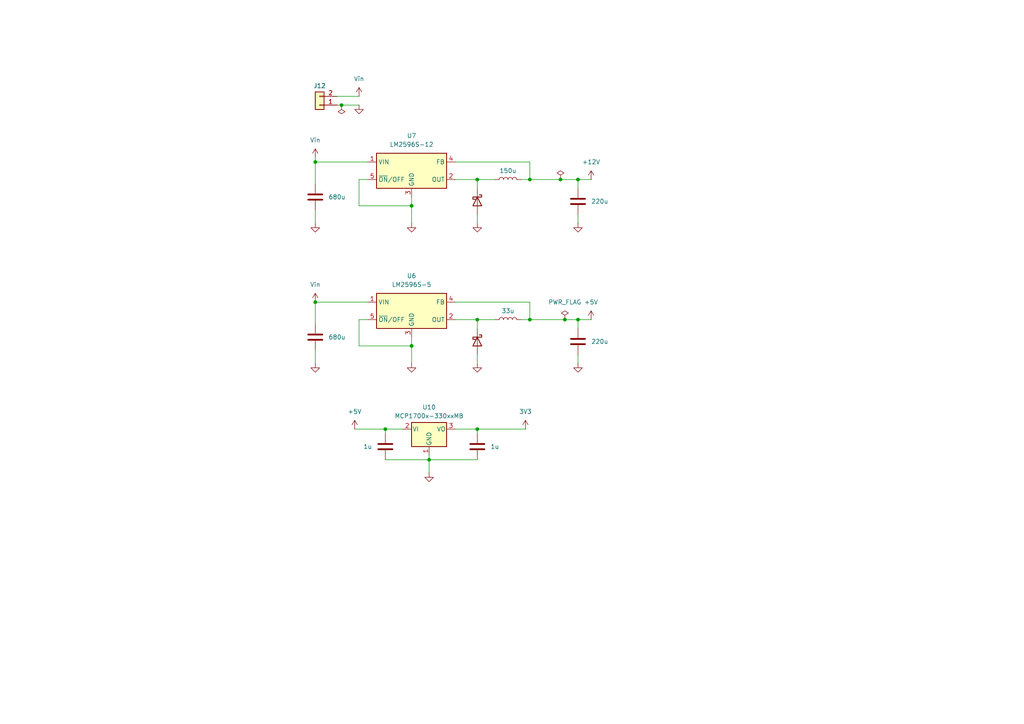
<source format=kicad_sch>
(kicad_sch
	(version 20250114)
	(generator "eeschema")
	(generator_version "9.0")
	(uuid "a95ea655-de4a-477a-ae5d-84d454920055")
	(paper "A4")
	(title_block
		(title "Universal use measuring PCB")
		(rev "1")
		(company "Author: Kacper Pawlak")
	)
	(lib_symbols
		(symbol "Connector_Generic:Conn_01x02"
			(pin_names
				(offset 1.016)
				(hide yes)
			)
			(exclude_from_sim no)
			(in_bom yes)
			(on_board yes)
			(property "Reference" "J12"
				(at 0 -5.588 0)
				(effects
					(font
						(size 1.27 1.27)
					)
				)
			)
			(property "Value" "Conn_01x02"
				(at 0 -6.35 0)
				(effects
					(font
						(size 1.27 1.27)
					)
					(hide yes)
				)
			)
			(property "Footprint" ""
				(at 0 0 0)
				(effects
					(font
						(size 1.27 1.27)
					)
					(hide yes)
				)
			)
			(property "Datasheet" "~"
				(at 0 0 0)
				(effects
					(font
						(size 1.27 1.27)
					)
					(hide yes)
				)
			)
			(property "Description" "Generic connector, single row, 01x02, script generated (kicad-library-utils/schlib/autogen/connector/)"
				(at 0 0 0)
				(effects
					(font
						(size 1.27 1.27)
					)
					(hide yes)
				)
			)
			(property "ki_keywords" "connector"
				(at 0 0 0)
				(effects
					(font
						(size 1.27 1.27)
					)
					(hide yes)
				)
			)
			(property "ki_fp_filters" "Connector*:*_1x??_*"
				(at 0 0 0)
				(effects
					(font
						(size 1.27 1.27)
					)
					(hide yes)
				)
			)
			(symbol "Conn_01x02_1_1"
				(rectangle
					(start -1.27 1.27)
					(end 1.27 -3.81)
					(stroke
						(width 0.254)
						(type default)
					)
					(fill
						(type background)
					)
				)
				(rectangle
					(start -1.27 0.127)
					(end 0 -0.127)
					(stroke
						(width 0.1524)
						(type default)
					)
					(fill
						(type none)
					)
				)
				(rectangle
					(start -1.27 -2.413)
					(end 0 -2.667)
					(stroke
						(width 0.1524)
						(type default)
					)
					(fill
						(type none)
					)
				)
				(pin passive line
					(at -5.08 0 0)
					(length 3.81)
					(name "Pin_1"
						(effects
							(font
								(size 1.27 1.27)
							)
						)
					)
					(number "1"
						(effects
							(font
								(size 1.27 1.27)
							)
						)
					)
				)
				(pin power_out line
					(at -5.08 -2.54 0)
					(length 3.81)
					(name "Pin_2"
						(effects
							(font
								(size 1.27 1.27)
							)
						)
					)
					(number "2"
						(effects
							(font
								(size 1.27 1.27)
							)
						)
					)
				)
			)
			(embedded_fonts no)
		)
		(symbol "Device:C"
			(pin_numbers
				(hide yes)
			)
			(pin_names
				(offset 0.254)
			)
			(exclude_from_sim no)
			(in_bom yes)
			(on_board yes)
			(property "Reference" "C"
				(at 0.635 2.54 0)
				(effects
					(font
						(size 1.27 1.27)
					)
					(justify left)
				)
			)
			(property "Value" "C"
				(at 0.635 -2.54 0)
				(effects
					(font
						(size 1.27 1.27)
					)
					(justify left)
				)
			)
			(property "Footprint" ""
				(at 0.9652 -3.81 0)
				(effects
					(font
						(size 1.27 1.27)
					)
					(hide yes)
				)
			)
			(property "Datasheet" "~"
				(at 0 0 0)
				(effects
					(font
						(size 1.27 1.27)
					)
					(hide yes)
				)
			)
			(property "Description" "Unpolarized capacitor"
				(at 0 0 0)
				(effects
					(font
						(size 1.27 1.27)
					)
					(hide yes)
				)
			)
			(property "ki_keywords" "cap capacitor"
				(at 0 0 0)
				(effects
					(font
						(size 1.27 1.27)
					)
					(hide yes)
				)
			)
			(property "ki_fp_filters" "C_*"
				(at 0 0 0)
				(effects
					(font
						(size 1.27 1.27)
					)
					(hide yes)
				)
			)
			(symbol "C_0_1"
				(polyline
					(pts
						(xy -2.032 0.762) (xy 2.032 0.762)
					)
					(stroke
						(width 0.508)
						(type default)
					)
					(fill
						(type none)
					)
				)
				(polyline
					(pts
						(xy -2.032 -0.762) (xy 2.032 -0.762)
					)
					(stroke
						(width 0.508)
						(type default)
					)
					(fill
						(type none)
					)
				)
			)
			(symbol "C_1_1"
				(pin passive line
					(at 0 3.81 270)
					(length 2.794)
					(name "~"
						(effects
							(font
								(size 1.27 1.27)
							)
						)
					)
					(number "1"
						(effects
							(font
								(size 1.27 1.27)
							)
						)
					)
				)
				(pin passive line
					(at 0 -3.81 90)
					(length 2.794)
					(name "~"
						(effects
							(font
								(size 1.27 1.27)
							)
						)
					)
					(number "2"
						(effects
							(font
								(size 1.27 1.27)
							)
						)
					)
				)
			)
			(embedded_fonts no)
		)
		(symbol "Device:D_Schottky"
			(pin_numbers
				(hide yes)
			)
			(pin_names
				(offset 1.016)
				(hide yes)
			)
			(exclude_from_sim no)
			(in_bom yes)
			(on_board yes)
			(property "Reference" "D"
				(at 0 2.54 0)
				(effects
					(font
						(size 1.27 1.27)
					)
				)
			)
			(property "Value" "D_Schottky"
				(at 0 -2.54 0)
				(effects
					(font
						(size 1.27 1.27)
					)
				)
			)
			(property "Footprint" ""
				(at 0 0 0)
				(effects
					(font
						(size 1.27 1.27)
					)
					(hide yes)
				)
			)
			(property "Datasheet" "~"
				(at 0 0 0)
				(effects
					(font
						(size 1.27 1.27)
					)
					(hide yes)
				)
			)
			(property "Description" "Schottky diode"
				(at 0 0 0)
				(effects
					(font
						(size 1.27 1.27)
					)
					(hide yes)
				)
			)
			(property "ki_keywords" "diode Schottky"
				(at 0 0 0)
				(effects
					(font
						(size 1.27 1.27)
					)
					(hide yes)
				)
			)
			(property "ki_fp_filters" "TO-???* *_Diode_* *SingleDiode* D_*"
				(at 0 0 0)
				(effects
					(font
						(size 1.27 1.27)
					)
					(hide yes)
				)
			)
			(symbol "D_Schottky_0_1"
				(polyline
					(pts
						(xy -1.905 0.635) (xy -1.905 1.27) (xy -1.27 1.27) (xy -1.27 -1.27) (xy -0.635 -1.27) (xy -0.635 -0.635)
					)
					(stroke
						(width 0.254)
						(type default)
					)
					(fill
						(type none)
					)
				)
				(polyline
					(pts
						(xy 1.27 1.27) (xy 1.27 -1.27) (xy -1.27 0) (xy 1.27 1.27)
					)
					(stroke
						(width 0.254)
						(type default)
					)
					(fill
						(type none)
					)
				)
				(polyline
					(pts
						(xy 1.27 0) (xy -1.27 0)
					)
					(stroke
						(width 0)
						(type default)
					)
					(fill
						(type none)
					)
				)
			)
			(symbol "D_Schottky_1_1"
				(pin passive line
					(at -3.81 0 0)
					(length 2.54)
					(name "K"
						(effects
							(font
								(size 1.27 1.27)
							)
						)
					)
					(number "1"
						(effects
							(font
								(size 1.27 1.27)
							)
						)
					)
				)
				(pin passive line
					(at 3.81 0 180)
					(length 2.54)
					(name "A"
						(effects
							(font
								(size 1.27 1.27)
							)
						)
					)
					(number "2"
						(effects
							(font
								(size 1.27 1.27)
							)
						)
					)
				)
			)
			(embedded_fonts no)
		)
		(symbol "Device:L"
			(pin_numbers
				(hide yes)
			)
			(pin_names
				(offset 1.016)
				(hide yes)
			)
			(exclude_from_sim no)
			(in_bom yes)
			(on_board yes)
			(property "Reference" "L"
				(at -1.27 0 90)
				(effects
					(font
						(size 1.27 1.27)
					)
				)
			)
			(property "Value" "L"
				(at 1.905 0 90)
				(effects
					(font
						(size 1.27 1.27)
					)
				)
			)
			(property "Footprint" ""
				(at 0 0 0)
				(effects
					(font
						(size 1.27 1.27)
					)
					(hide yes)
				)
			)
			(property "Datasheet" "~"
				(at 0 0 0)
				(effects
					(font
						(size 1.27 1.27)
					)
					(hide yes)
				)
			)
			(property "Description" "Inductor"
				(at 0 0 0)
				(effects
					(font
						(size 1.27 1.27)
					)
					(hide yes)
				)
			)
			(property "ki_keywords" "inductor choke coil reactor magnetic"
				(at 0 0 0)
				(effects
					(font
						(size 1.27 1.27)
					)
					(hide yes)
				)
			)
			(property "ki_fp_filters" "Choke_* *Coil* Inductor_* L_*"
				(at 0 0 0)
				(effects
					(font
						(size 1.27 1.27)
					)
					(hide yes)
				)
			)
			(symbol "L_0_1"
				(arc
					(start 0 2.54)
					(mid 0.6323 1.905)
					(end 0 1.27)
					(stroke
						(width 0)
						(type default)
					)
					(fill
						(type none)
					)
				)
				(arc
					(start 0 1.27)
					(mid 0.6323 0.635)
					(end 0 0)
					(stroke
						(width 0)
						(type default)
					)
					(fill
						(type none)
					)
				)
				(arc
					(start 0 0)
					(mid 0.6323 -0.635)
					(end 0 -1.27)
					(stroke
						(width 0)
						(type default)
					)
					(fill
						(type none)
					)
				)
				(arc
					(start 0 -1.27)
					(mid 0.6323 -1.905)
					(end 0 -2.54)
					(stroke
						(width 0)
						(type default)
					)
					(fill
						(type none)
					)
				)
			)
			(symbol "L_1_1"
				(pin passive line
					(at 0 3.81 270)
					(length 1.27)
					(name "1"
						(effects
							(font
								(size 1.27 1.27)
							)
						)
					)
					(number "1"
						(effects
							(font
								(size 1.27 1.27)
							)
						)
					)
				)
				(pin passive line
					(at 0 -3.81 90)
					(length 1.27)
					(name "2"
						(effects
							(font
								(size 1.27 1.27)
							)
						)
					)
					(number "2"
						(effects
							(font
								(size 1.27 1.27)
							)
						)
					)
				)
			)
			(embedded_fonts no)
		)
		(symbol "Regulator_Linear:MCP1700x-330xxMB"
			(pin_names
				(offset 0.254)
			)
			(exclude_from_sim no)
			(in_bom yes)
			(on_board yes)
			(property "Reference" "U"
				(at -3.81 3.175 0)
				(effects
					(font
						(size 1.27 1.27)
					)
				)
			)
			(property "Value" "MCP1700x-330xxMB"
				(at 0 3.175 0)
				(effects
					(font
						(size 1.27 1.27)
					)
					(justify left)
				)
			)
			(property "Footprint" "Package_TO_SOT_SMD:SOT-89-3"
				(at 0 5.08 0)
				(effects
					(font
						(size 1.27 1.27)
					)
					(hide yes)
				)
			)
			(property "Datasheet" "http://ww1.microchip.com/downloads/en/DeviceDoc/20001826D.pdf"
				(at 0 -1.27 0)
				(effects
					(font
						(size 1.27 1.27)
					)
					(hide yes)
				)
			)
			(property "Description" "250mA Low Quiscent Current LDO, 3.3V output, SOT-89"
				(at 0 0 0)
				(effects
					(font
						(size 1.27 1.27)
					)
					(hide yes)
				)
			)
			(property "ki_keywords" "regulator linear ldo"
				(at 0 0 0)
				(effects
					(font
						(size 1.27 1.27)
					)
					(hide yes)
				)
			)
			(property "ki_fp_filters" "SOT?89*"
				(at 0 0 0)
				(effects
					(font
						(size 1.27 1.27)
					)
					(hide yes)
				)
			)
			(symbol "MCP1700x-330xxMB_0_1"
				(rectangle
					(start -5.08 -5.08)
					(end 5.08 1.905)
					(stroke
						(width 0.254)
						(type default)
					)
					(fill
						(type background)
					)
				)
			)
			(symbol "MCP1700x-330xxMB_1_1"
				(pin power_in line
					(at -7.62 0 0)
					(length 2.54)
					(name "VI"
						(effects
							(font
								(size 1.27 1.27)
							)
						)
					)
					(number "2"
						(effects
							(font
								(size 1.27 1.27)
							)
						)
					)
				)
				(pin power_in line
					(at 0 -7.62 90)
					(length 2.54)
					(name "GND"
						(effects
							(font
								(size 1.27 1.27)
							)
						)
					)
					(number "1"
						(effects
							(font
								(size 1.27 1.27)
							)
						)
					)
				)
				(pin power_out line
					(at 7.62 0 180)
					(length 2.54)
					(name "VO"
						(effects
							(font
								(size 1.27 1.27)
							)
						)
					)
					(number "3"
						(effects
							(font
								(size 1.27 1.27)
							)
						)
					)
				)
			)
			(embedded_fonts no)
		)
		(symbol "Regulator_Switching:LM2596S-12"
			(exclude_from_sim no)
			(in_bom yes)
			(on_board yes)
			(property "Reference" "U"
				(at -10.16 6.35 0)
				(effects
					(font
						(size 1.27 1.27)
					)
					(justify left)
				)
			)
			(property "Value" "LM2596S-12"
				(at 0 6.35 0)
				(effects
					(font
						(size 1.27 1.27)
					)
					(justify left)
				)
			)
			(property "Footprint" "Package_TO_SOT_SMD:TO-263-5_TabPin3"
				(at 1.27 -6.35 0)
				(effects
					(font
						(size 1.27 1.27)
						(italic yes)
					)
					(justify left)
					(hide yes)
				)
			)
			(property "Datasheet" "http://www.ti.com/lit/ds/symlink/lm2596.pdf"
				(at 0 0 0)
				(effects
					(font
						(size 1.27 1.27)
					)
					(hide yes)
				)
			)
			(property "Description" "12V 3A Step-Down Voltage Regulator, TO-263"
				(at 0 0 0)
				(effects
					(font
						(size 1.27 1.27)
					)
					(hide yes)
				)
			)
			(property "ki_keywords" "Step-Down Voltage Regulator 12V 3A"
				(at 0 0 0)
				(effects
					(font
						(size 1.27 1.27)
					)
					(hide yes)
				)
			)
			(property "ki_fp_filters" "TO?263*"
				(at 0 0 0)
				(effects
					(font
						(size 1.27 1.27)
					)
					(hide yes)
				)
			)
			(symbol "LM2596S-12_0_1"
				(rectangle
					(start -10.16 5.08)
					(end 10.16 -5.08)
					(stroke
						(width 0.254)
						(type default)
					)
					(fill
						(type background)
					)
				)
			)
			(symbol "LM2596S-12_1_1"
				(pin power_in line
					(at -12.7 2.54 0)
					(length 2.54)
					(name "VIN"
						(effects
							(font
								(size 1.27 1.27)
							)
						)
					)
					(number "1"
						(effects
							(font
								(size 1.27 1.27)
							)
						)
					)
				)
				(pin input line
					(at -12.7 -2.54 0)
					(length 2.54)
					(name "~{ON}/OFF"
						(effects
							(font
								(size 1.27 1.27)
							)
						)
					)
					(number "5"
						(effects
							(font
								(size 1.27 1.27)
							)
						)
					)
				)
				(pin power_in line
					(at 0 -7.62 90)
					(length 2.54)
					(name "GND"
						(effects
							(font
								(size 1.27 1.27)
							)
						)
					)
					(number "3"
						(effects
							(font
								(size 1.27 1.27)
							)
						)
					)
				)
				(pin input line
					(at 12.7 2.54 180)
					(length 2.54)
					(name "FB"
						(effects
							(font
								(size 1.27 1.27)
							)
						)
					)
					(number "4"
						(effects
							(font
								(size 1.27 1.27)
							)
						)
					)
				)
				(pin output line
					(at 12.7 -2.54 180)
					(length 2.54)
					(name "OUT"
						(effects
							(font
								(size 1.27 1.27)
							)
						)
					)
					(number "2"
						(effects
							(font
								(size 1.27 1.27)
							)
						)
					)
				)
			)
			(embedded_fonts no)
		)
		(symbol "Regulator_Switching:LM2596S-5"
			(exclude_from_sim no)
			(in_bom yes)
			(on_board yes)
			(property "Reference" "U"
				(at -10.16 6.35 0)
				(effects
					(font
						(size 1.27 1.27)
					)
					(justify left)
				)
			)
			(property "Value" "LM2596S-5"
				(at 0 6.35 0)
				(effects
					(font
						(size 1.27 1.27)
					)
					(justify left)
				)
			)
			(property "Footprint" "Package_TO_SOT_SMD:TO-263-5_TabPin3"
				(at 1.27 -6.35 0)
				(effects
					(font
						(size 1.27 1.27)
						(italic yes)
					)
					(justify left)
					(hide yes)
				)
			)
			(property "Datasheet" "http://www.ti.com/lit/ds/symlink/lm2596.pdf"
				(at 0 0 0)
				(effects
					(font
						(size 1.27 1.27)
					)
					(hide yes)
				)
			)
			(property "Description" "5V 3A Step-Down Voltage Regulator, TO-263"
				(at 0 0 0)
				(effects
					(font
						(size 1.27 1.27)
					)
					(hide yes)
				)
			)
			(property "ki_keywords" "Step-Down Voltage Regulator 5V 3A"
				(at 0 0 0)
				(effects
					(font
						(size 1.27 1.27)
					)
					(hide yes)
				)
			)
			(property "ki_fp_filters" "TO?263*"
				(at 0 0 0)
				(effects
					(font
						(size 1.27 1.27)
					)
					(hide yes)
				)
			)
			(symbol "LM2596S-5_0_1"
				(rectangle
					(start -10.16 5.08)
					(end 10.16 -5.08)
					(stroke
						(width 0.254)
						(type default)
					)
					(fill
						(type background)
					)
				)
			)
			(symbol "LM2596S-5_1_1"
				(pin power_in line
					(at -12.7 2.54 0)
					(length 2.54)
					(name "VIN"
						(effects
							(font
								(size 1.27 1.27)
							)
						)
					)
					(number "1"
						(effects
							(font
								(size 1.27 1.27)
							)
						)
					)
				)
				(pin input line
					(at -12.7 -2.54 0)
					(length 2.54)
					(name "~{ON}/OFF"
						(effects
							(font
								(size 1.27 1.27)
							)
						)
					)
					(number "5"
						(effects
							(font
								(size 1.27 1.27)
							)
						)
					)
				)
				(pin power_in line
					(at 0 -7.62 90)
					(length 2.54)
					(name "GND"
						(effects
							(font
								(size 1.27 1.27)
							)
						)
					)
					(number "3"
						(effects
							(font
								(size 1.27 1.27)
							)
						)
					)
				)
				(pin input line
					(at 12.7 2.54 180)
					(length 2.54)
					(name "FB"
						(effects
							(font
								(size 1.27 1.27)
							)
						)
					)
					(number "4"
						(effects
							(font
								(size 1.27 1.27)
							)
						)
					)
				)
				(pin output line
					(at 12.7 -2.54 180)
					(length 2.54)
					(name "OUT"
						(effects
							(font
								(size 1.27 1.27)
							)
						)
					)
					(number "2"
						(effects
							(font
								(size 1.27 1.27)
							)
						)
					)
				)
			)
			(embedded_fonts no)
		)
		(symbol "power:+5V"
			(power)
			(pin_numbers
				(hide yes)
			)
			(pin_names
				(offset 0)
				(hide yes)
			)
			(exclude_from_sim no)
			(in_bom yes)
			(on_board yes)
			(property "Reference" "#PWR"
				(at 0 -3.81 0)
				(effects
					(font
						(size 1.27 1.27)
					)
					(hide yes)
				)
			)
			(property "Value" "+5V"
				(at 0 3.556 0)
				(effects
					(font
						(size 1.27 1.27)
					)
				)
			)
			(property "Footprint" ""
				(at 0 0 0)
				(effects
					(font
						(size 1.27 1.27)
					)
					(hide yes)
				)
			)
			(property "Datasheet" ""
				(at 0 0 0)
				(effects
					(font
						(size 1.27 1.27)
					)
					(hide yes)
				)
			)
			(property "Description" "Power symbol creates a global label with name \"+5V\""
				(at 0 0 0)
				(effects
					(font
						(size 1.27 1.27)
					)
					(hide yes)
				)
			)
			(property "ki_keywords" "global power"
				(at 0 0 0)
				(effects
					(font
						(size 1.27 1.27)
					)
					(hide yes)
				)
			)
			(symbol "+5V_0_1"
				(polyline
					(pts
						(xy -0.762 1.27) (xy 0 2.54)
					)
					(stroke
						(width 0)
						(type default)
					)
					(fill
						(type none)
					)
				)
				(polyline
					(pts
						(xy 0 2.54) (xy 0.762 1.27)
					)
					(stroke
						(width 0)
						(type default)
					)
					(fill
						(type none)
					)
				)
				(polyline
					(pts
						(xy 0 0) (xy 0 2.54)
					)
					(stroke
						(width 0)
						(type default)
					)
					(fill
						(type none)
					)
				)
			)
			(symbol "+5V_1_1"
				(pin power_in line
					(at 0 0 90)
					(length 0)
					(name "~"
						(effects
							(font
								(size 1.27 1.27)
							)
						)
					)
					(number "1"
						(effects
							(font
								(size 1.27 1.27)
							)
						)
					)
				)
			)
			(embedded_fonts no)
		)
		(symbol "power:GND"
			(power)
			(pin_numbers
				(hide yes)
			)
			(pin_names
				(offset 0)
				(hide yes)
			)
			(exclude_from_sim no)
			(in_bom yes)
			(on_board yes)
			(property "Reference" "#PWR"
				(at 0 -6.35 0)
				(effects
					(font
						(size 1.27 1.27)
					)
					(hide yes)
				)
			)
			(property "Value" "GND"
				(at 0 -3.81 0)
				(effects
					(font
						(size 1.27 1.27)
					)
				)
			)
			(property "Footprint" ""
				(at 0 0 0)
				(effects
					(font
						(size 1.27 1.27)
					)
					(hide yes)
				)
			)
			(property "Datasheet" ""
				(at 0 0 0)
				(effects
					(font
						(size 1.27 1.27)
					)
					(hide yes)
				)
			)
			(property "Description" "Power symbol creates a global label with name \"GND\" , ground"
				(at 0 0 0)
				(effects
					(font
						(size 1.27 1.27)
					)
					(hide yes)
				)
			)
			(property "ki_keywords" "global power"
				(at 0 0 0)
				(effects
					(font
						(size 1.27 1.27)
					)
					(hide yes)
				)
			)
			(symbol "GND_0_1"
				(polyline
					(pts
						(xy 0 0) (xy 0 -1.27) (xy 1.27 -1.27) (xy 0 -2.54) (xy -1.27 -1.27) (xy 0 -1.27)
					)
					(stroke
						(width 0)
						(type default)
					)
					(fill
						(type none)
					)
				)
			)
			(symbol "GND_1_1"
				(pin power_in line
					(at 0 0 270)
					(length 0)
					(name "~"
						(effects
							(font
								(size 1.27 1.27)
							)
						)
					)
					(number "1"
						(effects
							(font
								(size 1.27 1.27)
							)
						)
					)
				)
			)
			(embedded_fonts no)
		)
		(symbol "power:PWR_FLAG"
			(power)
			(pin_numbers
				(hide yes)
			)
			(pin_names
				(offset 0)
				(hide yes)
			)
			(exclude_from_sim no)
			(in_bom yes)
			(on_board yes)
			(property "Reference" "#FLG"
				(at 0 1.905 0)
				(effects
					(font
						(size 1.27 1.27)
					)
					(hide yes)
				)
			)
			(property "Value" "PWR_FLAG"
				(at 0 3.81 0)
				(effects
					(font
						(size 1.27 1.27)
					)
				)
			)
			(property "Footprint" ""
				(at 0 0 0)
				(effects
					(font
						(size 1.27 1.27)
					)
					(hide yes)
				)
			)
			(property "Datasheet" "~"
				(at 0 0 0)
				(effects
					(font
						(size 1.27 1.27)
					)
					(hide yes)
				)
			)
			(property "Description" "Special symbol for telling ERC where power comes from"
				(at 0 0 0)
				(effects
					(font
						(size 1.27 1.27)
					)
					(hide yes)
				)
			)
			(property "ki_keywords" "flag power"
				(at 0 0 0)
				(effects
					(font
						(size 1.27 1.27)
					)
					(hide yes)
				)
			)
			(symbol "PWR_FLAG_0_0"
				(pin power_out line
					(at 0 0 90)
					(length 0)
					(name "~"
						(effects
							(font
								(size 1.27 1.27)
							)
						)
					)
					(number "1"
						(effects
							(font
								(size 1.27 1.27)
							)
						)
					)
				)
			)
			(symbol "PWR_FLAG_0_1"
				(polyline
					(pts
						(xy 0 0) (xy 0 1.27) (xy -1.016 1.905) (xy 0 2.54) (xy 1.016 1.905) (xy 0 1.27)
					)
					(stroke
						(width 0)
						(type default)
					)
					(fill
						(type none)
					)
				)
			)
			(embedded_fonts no)
		)
	)
	(junction
		(at 163.83 92.71)
		(diameter 0)
		(color 0 0 0 0)
		(uuid "14e14da9-ef51-4deb-9f60-d443e48bc377")
	)
	(junction
		(at 162.56 52.07)
		(diameter 0)
		(color 0 0 0 0)
		(uuid "1870d851-f074-4b15-9d2b-d027cd6dc07e")
	)
	(junction
		(at 153.67 92.71)
		(diameter 0)
		(color 0 0 0 0)
		(uuid "217ad685-f39e-4b89-9565-d51ecc7cc871")
	)
	(junction
		(at 119.38 59.69)
		(diameter 0)
		(color 0 0 0 0)
		(uuid "33d34eea-0924-4c96-b1f3-ddd4ae1afa32")
	)
	(junction
		(at 167.64 92.71)
		(diameter 0)
		(color 0 0 0 0)
		(uuid "353c7262-7ef3-4a21-b030-8246eb6930ec")
	)
	(junction
		(at 91.44 46.99)
		(diameter 0)
		(color 0 0 0 0)
		(uuid "4487a14b-164f-47b0-a6a0-d27165a4575d")
	)
	(junction
		(at 138.43 92.71)
		(diameter 0)
		(color 0 0 0 0)
		(uuid "49387497-6884-4f29-81db-64cde8b8d896")
	)
	(junction
		(at 167.64 52.07)
		(diameter 0)
		(color 0 0 0 0)
		(uuid "6a11cd0e-3628-498f-95b4-66d8115e796a")
	)
	(junction
		(at 138.43 124.46)
		(diameter 0)
		(color 0 0 0 0)
		(uuid "6a60e56c-f691-435c-a0b7-d594594ff161")
	)
	(junction
		(at 91.44 87.63)
		(diameter 0)
		(color 0 0 0 0)
		(uuid "78976d86-2546-4066-b9ae-61a23e1e3a6c")
	)
	(junction
		(at 119.38 100.33)
		(diameter 0)
		(color 0 0 0 0)
		(uuid "7c334713-72d4-4290-89c4-c8c796b3f5c4")
	)
	(junction
		(at 111.76 124.46)
		(diameter 0)
		(color 0 0 0 0)
		(uuid "b299f61e-4815-4e2a-b292-cbeeff96c06e")
	)
	(junction
		(at 138.43 52.07)
		(diameter 0)
		(color 0 0 0 0)
		(uuid "be79a12c-c6ae-43b9-9395-fccd22ea7419")
	)
	(junction
		(at 124.46 133.35)
		(diameter 0)
		(color 0 0 0 0)
		(uuid "e07886f7-3054-4e9e-8819-26e270a76596")
	)
	(junction
		(at 153.67 52.07)
		(diameter 0)
		(color 0 0 0 0)
		(uuid "e3c57dff-ea0e-4fed-bff4-e79be51c7191")
	)
	(junction
		(at 99.06 30.48)
		(diameter 0)
		(color 0 0 0 0)
		(uuid "ef9bf482-1f36-4d84-8bab-1748cb3cb173")
	)
	(wire
		(pts
			(xy 167.64 52.07) (xy 167.64 54.61)
		)
		(stroke
			(width 0)
			(type default)
		)
		(uuid "0049d900-b04f-4686-ae94-5656775c51e0")
	)
	(wire
		(pts
			(xy 153.67 52.07) (xy 162.56 52.07)
		)
		(stroke
			(width 0)
			(type default)
		)
		(uuid "050a4b35-7d95-4aa9-9e1a-a0cbacd34275")
	)
	(wire
		(pts
			(xy 138.43 62.23) (xy 138.43 64.77)
		)
		(stroke
			(width 0)
			(type default)
		)
		(uuid "0857d152-a06f-4266-b75b-32c6ed6d13fb")
	)
	(wire
		(pts
			(xy 153.67 87.63) (xy 153.67 92.71)
		)
		(stroke
			(width 0)
			(type default)
		)
		(uuid "11f495b8-5a32-4f82-8b2f-a5e39aa556e8")
	)
	(wire
		(pts
			(xy 124.46 133.35) (xy 124.46 137.16)
		)
		(stroke
			(width 0)
			(type default)
		)
		(uuid "13214119-cbd7-4920-8e81-fc95fe75f2c6")
	)
	(wire
		(pts
			(xy 167.64 92.71) (xy 167.64 95.25)
		)
		(stroke
			(width 0)
			(type default)
		)
		(uuid "132e54c4-f731-4a2e-84cf-ce0064639855")
	)
	(wire
		(pts
			(xy 138.43 124.46) (xy 138.43 125.73)
		)
		(stroke
			(width 0)
			(type default)
		)
		(uuid "18c9f410-07f7-42d4-a012-61d9fcbfafbd")
	)
	(wire
		(pts
			(xy 132.08 124.46) (xy 138.43 124.46)
		)
		(stroke
			(width 0)
			(type default)
		)
		(uuid "19465bd6-2d68-4bfc-80af-28cffa89547c")
	)
	(wire
		(pts
			(xy 106.68 87.63) (xy 91.44 87.63)
		)
		(stroke
			(width 0)
			(type default)
		)
		(uuid "19a9509c-9922-4d47-a9ec-a521cd853c37")
	)
	(wire
		(pts
			(xy 132.08 52.07) (xy 138.43 52.07)
		)
		(stroke
			(width 0)
			(type default)
		)
		(uuid "1bbda5d8-7711-4e5e-ba3e-ba2a0ad15367")
	)
	(wire
		(pts
			(xy 162.56 52.07) (xy 167.64 52.07)
		)
		(stroke
			(width 0)
			(type default)
		)
		(uuid "1ea7e2a6-e63b-48a2-8117-3fffc0281212")
	)
	(wire
		(pts
			(xy 106.68 46.99) (xy 91.44 46.99)
		)
		(stroke
			(width 0)
			(type default)
		)
		(uuid "204f8655-179b-46ce-94ad-961c4b8afc78")
	)
	(wire
		(pts
			(xy 138.43 52.07) (xy 143.51 52.07)
		)
		(stroke
			(width 0)
			(type default)
		)
		(uuid "2630ba07-d441-48fd-98d9-f731ada1ae68")
	)
	(wire
		(pts
			(xy 167.64 102.87) (xy 167.64 105.41)
		)
		(stroke
			(width 0)
			(type default)
		)
		(uuid "301bb5f1-d0db-4245-8363-4d97fa8609f8")
	)
	(wire
		(pts
			(xy 111.76 125.73) (xy 111.76 124.46)
		)
		(stroke
			(width 0)
			(type default)
		)
		(uuid "3703e4e7-536e-4c0b-8867-5f46af2d7e5c")
	)
	(wire
		(pts
			(xy 91.44 101.6) (xy 91.44 105.41)
		)
		(stroke
			(width 0)
			(type default)
		)
		(uuid "3e01f197-f47a-4236-9b79-523a5bc92d0f")
	)
	(wire
		(pts
			(xy 138.43 92.71) (xy 138.43 95.25)
		)
		(stroke
			(width 0)
			(type default)
		)
		(uuid "3fecf608-6b98-494c-a916-4bddbd670f78")
	)
	(wire
		(pts
			(xy 119.38 100.33) (xy 119.38 105.41)
		)
		(stroke
			(width 0)
			(type default)
		)
		(uuid "46da40af-c0ef-4e62-86dd-12a622e06744")
	)
	(wire
		(pts
			(xy 167.64 52.07) (xy 171.45 52.07)
		)
		(stroke
			(width 0)
			(type default)
		)
		(uuid "5450f626-5f9b-40c6-a604-a4edf699af80")
	)
	(wire
		(pts
			(xy 132.08 87.63) (xy 153.67 87.63)
		)
		(stroke
			(width 0)
			(type default)
		)
		(uuid "549bdd06-de73-4b4e-a6eb-ffdae5d77ba0")
	)
	(wire
		(pts
			(xy 138.43 52.07) (xy 138.43 54.61)
		)
		(stroke
			(width 0)
			(type default)
		)
		(uuid "563224cd-3f4a-4bd8-983e-7201443d6944")
	)
	(wire
		(pts
			(xy 119.38 97.79) (xy 119.38 100.33)
		)
		(stroke
			(width 0)
			(type default)
		)
		(uuid "5a6d4889-671e-4172-aa23-23c0d0b1203c")
	)
	(wire
		(pts
			(xy 163.83 92.71) (xy 167.64 92.71)
		)
		(stroke
			(width 0)
			(type default)
		)
		(uuid "5fc49895-2fee-41d6-9987-aba8c447d63f")
	)
	(wire
		(pts
			(xy 138.43 124.46) (xy 152.4 124.46)
		)
		(stroke
			(width 0)
			(type default)
		)
		(uuid "666e01af-0628-43e4-9963-98400774af2d")
	)
	(wire
		(pts
			(xy 119.38 59.69) (xy 119.38 64.77)
		)
		(stroke
			(width 0)
			(type default)
		)
		(uuid "6ecdcb81-0767-4511-b9fc-878b56c7bc16")
	)
	(wire
		(pts
			(xy 153.67 92.71) (xy 163.83 92.71)
		)
		(stroke
			(width 0)
			(type default)
		)
		(uuid "73951c51-d8bd-4c50-8e28-d57fb6ecb418")
	)
	(wire
		(pts
			(xy 104.14 100.33) (xy 119.38 100.33)
		)
		(stroke
			(width 0)
			(type default)
		)
		(uuid "7b71d9b1-652b-43a8-892b-13ff050a1442")
	)
	(wire
		(pts
			(xy 167.64 62.23) (xy 167.64 64.77)
		)
		(stroke
			(width 0)
			(type default)
		)
		(uuid "7f58f33d-c332-4cbb-9eb3-9cd440430201")
	)
	(wire
		(pts
			(xy 91.44 60.96) (xy 91.44 64.77)
		)
		(stroke
			(width 0)
			(type default)
		)
		(uuid "8d406442-f1ef-4c18-9d39-43137e46e5c5")
	)
	(wire
		(pts
			(xy 104.14 52.07) (xy 104.14 59.69)
		)
		(stroke
			(width 0)
			(type default)
		)
		(uuid "906d9f97-848c-4004-83da-896099e710f0")
	)
	(wire
		(pts
			(xy 153.67 46.99) (xy 153.67 52.07)
		)
		(stroke
			(width 0)
			(type default)
		)
		(uuid "933c6567-d3c0-46a6-88ec-7bfbbe69b083")
	)
	(wire
		(pts
			(xy 153.67 52.07) (xy 151.13 52.07)
		)
		(stroke
			(width 0)
			(type default)
		)
		(uuid "9d0ba88c-9f32-44a2-971c-9e44ec200baf")
	)
	(wire
		(pts
			(xy 132.08 46.99) (xy 153.67 46.99)
		)
		(stroke
			(width 0)
			(type default)
		)
		(uuid "9eb664de-c604-43d2-af30-9b01427cef3b")
	)
	(wire
		(pts
			(xy 119.38 57.15) (xy 119.38 59.69)
		)
		(stroke
			(width 0)
			(type default)
		)
		(uuid "a099acb2-800f-4e1a-a8de-4c34b3dff9dd")
	)
	(wire
		(pts
			(xy 124.46 132.08) (xy 124.46 133.35)
		)
		(stroke
			(width 0)
			(type default)
		)
		(uuid "a2d9e175-eb2a-410c-9f12-36077f26da99")
	)
	(wire
		(pts
			(xy 106.68 52.07) (xy 104.14 52.07)
		)
		(stroke
			(width 0)
			(type default)
		)
		(uuid "a39826b3-f31d-4c2d-9c1c-870b378324b4")
	)
	(wire
		(pts
			(xy 132.08 92.71) (xy 138.43 92.71)
		)
		(stroke
			(width 0)
			(type default)
		)
		(uuid "aa666151-be1f-443c-951d-fa69f0c35c6f")
	)
	(wire
		(pts
			(xy 138.43 92.71) (xy 143.51 92.71)
		)
		(stroke
			(width 0)
			(type default)
		)
		(uuid "acc9d641-e36b-450d-a65b-f4f2a7ae978d")
	)
	(wire
		(pts
			(xy 97.79 30.48) (xy 99.06 30.48)
		)
		(stroke
			(width 0)
			(type default)
		)
		(uuid "b0ef755a-fcb4-40d4-b0a4-82654739262f")
	)
	(wire
		(pts
			(xy 102.87 124.46) (xy 111.76 124.46)
		)
		(stroke
			(width 0)
			(type default)
		)
		(uuid "b58545ef-f23b-4fdb-bb80-24ce04e0dadf")
	)
	(wire
		(pts
			(xy 91.44 87.63) (xy 91.44 93.98)
		)
		(stroke
			(width 0)
			(type default)
		)
		(uuid "b6cd8586-f5ff-42b6-8023-cd87e35b95cb")
	)
	(wire
		(pts
			(xy 111.76 124.46) (xy 116.84 124.46)
		)
		(stroke
			(width 0)
			(type default)
		)
		(uuid "bad5b2ac-86fa-4d57-8bf5-5ffb225a2d25")
	)
	(wire
		(pts
			(xy 138.43 102.87) (xy 138.43 105.41)
		)
		(stroke
			(width 0)
			(type default)
		)
		(uuid "bd3a64e5-7808-4395-9fed-871ea6e53506")
	)
	(wire
		(pts
			(xy 99.06 30.48) (xy 104.14 30.48)
		)
		(stroke
			(width 0)
			(type default)
		)
		(uuid "c41b91b6-4e37-4266-adfd-5d9e57b2cc26")
	)
	(wire
		(pts
			(xy 124.46 133.35) (xy 138.43 133.35)
		)
		(stroke
			(width 0)
			(type default)
		)
		(uuid "c74ee594-93bc-4a85-bac2-ef3bb5fb9ca3")
	)
	(wire
		(pts
			(xy 104.14 92.71) (xy 104.14 100.33)
		)
		(stroke
			(width 0)
			(type default)
		)
		(uuid "cb49af28-af6d-4d94-9f52-4a34ab25a549")
	)
	(wire
		(pts
			(xy 106.68 92.71) (xy 104.14 92.71)
		)
		(stroke
			(width 0)
			(type default)
		)
		(uuid "cf95ae0a-131b-44b7-b020-e721521a1be4")
	)
	(wire
		(pts
			(xy 153.67 92.71) (xy 151.13 92.71)
		)
		(stroke
			(width 0)
			(type default)
		)
		(uuid "d58f3e26-e8e8-4df2-babc-3260399d3714")
	)
	(wire
		(pts
			(xy 97.79 27.94) (xy 104.14 27.94)
		)
		(stroke
			(width 0)
			(type default)
		)
		(uuid "d777acbc-6a5a-4c12-8fbd-db2ec4018a63")
	)
	(wire
		(pts
			(xy 167.64 92.71) (xy 171.45 92.71)
		)
		(stroke
			(width 0)
			(type default)
		)
		(uuid "e8f38f6e-4a3e-4e69-b106-2d22032520cd")
	)
	(wire
		(pts
			(xy 91.44 46.99) (xy 91.44 53.34)
		)
		(stroke
			(width 0)
			(type default)
		)
		(uuid "eb6e269b-cf4c-486d-ab2d-b5aec107285a")
	)
	(wire
		(pts
			(xy 104.14 59.69) (xy 119.38 59.69)
		)
		(stroke
			(width 0)
			(type default)
		)
		(uuid "f16c55ec-feff-40e4-b3c1-06e8ceaf3e5d")
	)
	(wire
		(pts
			(xy 91.44 45.72) (xy 91.44 46.99)
		)
		(stroke
			(width 0)
			(type default)
		)
		(uuid "f68f4251-aed0-4038-b57e-07a9bdc031bd")
	)
	(wire
		(pts
			(xy 111.76 133.35) (xy 124.46 133.35)
		)
		(stroke
			(width 0)
			(type default)
		)
		(uuid "fd56efc5-3ed8-40f8-9992-21784e2154ee")
	)
	(symbol
		(lib_id "power:+5V")
		(at 152.4 124.46 0)
		(unit 1)
		(exclude_from_sim no)
		(in_bom yes)
		(on_board yes)
		(dnp no)
		(fields_autoplaced yes)
		(uuid "0275fe8e-6626-4bd9-8e7b-a5ff4c549377")
		(property "Reference" "#PWR079"
			(at 152.4 128.27 0)
			(effects
				(font
					(size 1.27 1.27)
				)
				(hide yes)
			)
		)
		(property "Value" "3V3"
			(at 152.4 119.38 0)
			(effects
				(font
					(size 1.27 1.27)
				)
			)
		)
		(property "Footprint" ""
			(at 152.4 124.46 0)
			(effects
				(font
					(size 1.27 1.27)
				)
				(hide yes)
			)
		)
		(property "Datasheet" ""
			(at 152.4 124.46 0)
			(effects
				(font
					(size 1.27 1.27)
				)
				(hide yes)
			)
		)
		(property "Description" "Power symbol creates a global label with name \"+5V\""
			(at 152.4 124.46 0)
			(effects
				(font
					(size 1.27 1.27)
				)
				(hide yes)
			)
		)
		(pin "1"
			(uuid "6d9dbf67-6697-42cc-8f58-2cbf8ce6c32d")
		)
		(instances
			(project "upp_simple"
				(path "/b652b05a-4e3d-4ad1-b032-18886abe7d45/d6d0b9a5-d6bd-4532-a3f2-84b92b0fd444"
					(reference "#PWR079")
					(unit 1)
				)
			)
		)
	)
	(symbol
		(lib_id "power:PWR_FLAG")
		(at 99.06 30.48 180)
		(unit 1)
		(exclude_from_sim no)
		(in_bom yes)
		(on_board yes)
		(dnp no)
		(fields_autoplaced yes)
		(uuid "09911b3e-2dc1-469c-8cbe-78eb7be892df")
		(property "Reference" "#FLG04"
			(at 99.06 32.385 0)
			(effects
				(font
					(size 1.27 1.27)
				)
				(hide yes)
			)
		)
		(property "Value" "PWR_FLAG"
			(at 99.06 35.56 0)
			(effects
				(font
					(size 1.27 1.27)
				)
				(hide yes)
			)
		)
		(property "Footprint" ""
			(at 99.06 30.48 0)
			(effects
				(font
					(size 1.27 1.27)
				)
				(hide yes)
			)
		)
		(property "Datasheet" "~"
			(at 99.06 30.48 0)
			(effects
				(font
					(size 1.27 1.27)
				)
				(hide yes)
			)
		)
		(property "Description" "Special symbol for telling ERC where power comes from"
			(at 99.06 30.48 0)
			(effects
				(font
					(size 1.27 1.27)
				)
				(hide yes)
			)
		)
		(pin "1"
			(uuid "0d0e3a41-84f2-43c5-a182-69a3f8d2caae")
		)
		(instances
			(project "UPP_simple"
				(path "/b652b05a-4e3d-4ad1-b032-18886abe7d45/d6d0b9a5-d6bd-4532-a3f2-84b92b0fd444"
					(reference "#FLG04")
					(unit 1)
				)
			)
		)
	)
	(symbol
		(lib_id "power:+5V")
		(at 91.44 87.63 0)
		(unit 1)
		(exclude_from_sim no)
		(in_bom yes)
		(on_board yes)
		(dnp no)
		(fields_autoplaced yes)
		(uuid "0f2d51b1-74c9-4e7a-8973-34ce4e0a4c58")
		(property "Reference" "#PWR077"
			(at 91.44 91.44 0)
			(effects
				(font
					(size 1.27 1.27)
				)
				(hide yes)
			)
		)
		(property "Value" "Vin"
			(at 91.44 82.55 0)
			(effects
				(font
					(size 1.27 1.27)
				)
			)
		)
		(property "Footprint" ""
			(at 91.44 87.63 0)
			(effects
				(font
					(size 1.27 1.27)
				)
				(hide yes)
			)
		)
		(property "Datasheet" ""
			(at 91.44 87.63 0)
			(effects
				(font
					(size 1.27 1.27)
				)
				(hide yes)
			)
		)
		(property "Description" "Power symbol creates a global label with name \"+5V\""
			(at 91.44 87.63 0)
			(effects
				(font
					(size 1.27 1.27)
				)
				(hide yes)
			)
		)
		(pin "1"
			(uuid "59b63ed7-0d8c-4ba5-92e3-6d0bf1ae3c6a")
		)
		(instances
			(project "upp_simple"
				(path "/b652b05a-4e3d-4ad1-b032-18886abe7d45/d6d0b9a5-d6bd-4532-a3f2-84b92b0fd444"
					(reference "#PWR077")
					(unit 1)
				)
			)
		)
	)
	(symbol
		(lib_id "Device:C")
		(at 138.43 129.54 0)
		(unit 1)
		(exclude_from_sim no)
		(in_bom yes)
		(on_board yes)
		(dnp no)
		(fields_autoplaced yes)
		(uuid "131d384f-98ab-4097-8a21-839ff95fc0c3")
		(property "Reference" "C7"
			(at 142.24 128.2699 0)
			(effects
				(font
					(size 1.27 1.27)
				)
				(justify left)
				(hide yes)
			)
		)
		(property "Value" "1u"
			(at 142.24 129.5399 0)
			(effects
				(font
					(size 1.27 1.27)
				)
				(justify left)
			)
		)
		(property "Footprint" "Capacitor_SMD:C_0603_1608Metric_Pad1.08x0.95mm_HandSolder"
			(at 139.3952 133.35 0)
			(effects
				(font
					(size 1.27 1.27)
				)
				(hide yes)
			)
		)
		(property "Datasheet" "~"
			(at 138.43 129.54 0)
			(effects
				(font
					(size 1.27 1.27)
				)
				(hide yes)
			)
		)
		(property "Description" "Unpolarized capacitor"
			(at 138.43 129.54 0)
			(effects
				(font
					(size 1.27 1.27)
				)
				(hide yes)
			)
		)
		(pin "2"
			(uuid "9ec4a97d-7184-4674-a81e-911e1d80648f")
		)
		(pin "1"
			(uuid "3e5ee974-9c9c-4005-93d0-eaad875aa0ee")
		)
		(instances
			(project "upp_simple"
				(path "/b652b05a-4e3d-4ad1-b032-18886abe7d45/d6d0b9a5-d6bd-4532-a3f2-84b92b0fd444"
					(reference "C7")
					(unit 1)
				)
			)
		)
	)
	(symbol
		(lib_id "power:GND")
		(at 167.64 105.41 0)
		(unit 1)
		(exclude_from_sim no)
		(in_bom yes)
		(on_board yes)
		(dnp no)
		(fields_autoplaced yes)
		(uuid "1dd969c2-1351-410a-ad78-571f5dc76564")
		(property "Reference" "#PWR067"
			(at 167.64 111.76 0)
			(effects
				(font
					(size 1.27 1.27)
				)
				(hide yes)
			)
		)
		(property "Value" "GND"
			(at 167.64 110.49 0)
			(effects
				(font
					(size 1.27 1.27)
				)
				(hide yes)
			)
		)
		(property "Footprint" ""
			(at 167.64 105.41 0)
			(effects
				(font
					(size 1.27 1.27)
				)
				(hide yes)
			)
		)
		(property "Datasheet" ""
			(at 167.64 105.41 0)
			(effects
				(font
					(size 1.27 1.27)
				)
				(hide yes)
			)
		)
		(property "Description" "Power symbol creates a global label with name \"GND\" , ground"
			(at 167.64 105.41 0)
			(effects
				(font
					(size 1.27 1.27)
				)
				(hide yes)
			)
		)
		(pin "1"
			(uuid "51d9e69b-ac40-4afb-b620-2ce362457420")
		)
		(instances
			(project "upp_simple"
				(path "/b652b05a-4e3d-4ad1-b032-18886abe7d45/d6d0b9a5-d6bd-4532-a3f2-84b92b0fd444"
					(reference "#PWR067")
					(unit 1)
				)
			)
		)
	)
	(symbol
		(lib_id "Device:C")
		(at 91.44 97.79 0)
		(unit 1)
		(exclude_from_sim no)
		(in_bom yes)
		(on_board yes)
		(dnp no)
		(fields_autoplaced yes)
		(uuid "21f1e7fc-a45a-4728-80a3-698163c2a024")
		(property "Reference" "C4"
			(at 95.25 96.5199 0)
			(effects
				(font
					(size 1.27 1.27)
				)
				(justify left)
				(hide yes)
			)
		)
		(property "Value" "680u"
			(at 95.25 97.7899 0)
			(effects
				(font
					(size 1.27 1.27)
				)
				(justify left)
			)
		)
		(property "Footprint" ""
			(at 92.4052 101.6 0)
			(effects
				(font
					(size 1.27 1.27)
				)
				(hide yes)
			)
		)
		(property "Datasheet" "~"
			(at 91.44 97.79 0)
			(effects
				(font
					(size 1.27 1.27)
				)
				(hide yes)
			)
		)
		(property "Description" "Unpolarized capacitor"
			(at 91.44 97.79 0)
			(effects
				(font
					(size 1.27 1.27)
				)
				(hide yes)
			)
		)
		(pin "2"
			(uuid "d6d484c3-6b7b-452e-89ae-72062b713293")
		)
		(pin "1"
			(uuid "50646f4e-a495-429c-8acc-92cbf881aea3")
		)
		(instances
			(project "upp_simple"
				(path "/b652b05a-4e3d-4ad1-b032-18886abe7d45/d6d0b9a5-d6bd-4532-a3f2-84b92b0fd444"
					(reference "C4")
					(unit 1)
				)
			)
		)
	)
	(symbol
		(lib_id "power:+5V")
		(at 171.45 52.07 0)
		(unit 1)
		(exclude_from_sim no)
		(in_bom yes)
		(on_board yes)
		(dnp no)
		(fields_autoplaced yes)
		(uuid "25b66c36-197c-43f2-b3d3-a130395b8ed3")
		(property "Reference" "#PWR075"
			(at 171.45 55.88 0)
			(effects
				(font
					(size 1.27 1.27)
				)
				(hide yes)
			)
		)
		(property "Value" "+12V"
			(at 171.45 46.99 0)
			(effects
				(font
					(size 1.27 1.27)
				)
			)
		)
		(property "Footprint" ""
			(at 171.45 52.07 0)
			(effects
				(font
					(size 1.27 1.27)
				)
				(hide yes)
			)
		)
		(property "Datasheet" ""
			(at 171.45 52.07 0)
			(effects
				(font
					(size 1.27 1.27)
				)
				(hide yes)
			)
		)
		(property "Description" "Power symbol creates a global label with name \"+5V\""
			(at 171.45 52.07 0)
			(effects
				(font
					(size 1.27 1.27)
				)
				(hide yes)
			)
		)
		(pin "1"
			(uuid "cfaec1ec-b77b-4cf1-ac07-83d8688afc20")
		)
		(instances
			(project "upp_simple"
				(path "/b652b05a-4e3d-4ad1-b032-18886abe7d45/d6d0b9a5-d6bd-4532-a3f2-84b92b0fd444"
					(reference "#PWR075")
					(unit 1)
				)
			)
		)
	)
	(symbol
		(lib_id "power:GND")
		(at 91.44 64.77 0)
		(unit 1)
		(exclude_from_sim no)
		(in_bom yes)
		(on_board yes)
		(dnp no)
		(fields_autoplaced yes)
		(uuid "29411a48-60de-44ed-bc83-d183a959c9fb")
		(property "Reference" "#PWR071"
			(at 91.44 71.12 0)
			(effects
				(font
					(size 1.27 1.27)
				)
				(hide yes)
			)
		)
		(property "Value" "GND"
			(at 91.44 69.85 0)
			(effects
				(font
					(size 1.27 1.27)
				)
				(hide yes)
			)
		)
		(property "Footprint" ""
			(at 91.44 64.77 0)
			(effects
				(font
					(size 1.27 1.27)
				)
				(hide yes)
			)
		)
		(property "Datasheet" ""
			(at 91.44 64.77 0)
			(effects
				(font
					(size 1.27 1.27)
				)
				(hide yes)
			)
		)
		(property "Description" "Power symbol creates a global label with name \"GND\" , ground"
			(at 91.44 64.77 0)
			(effects
				(font
					(size 1.27 1.27)
				)
				(hide yes)
			)
		)
		(pin "1"
			(uuid "d9c0c598-9815-454e-91b9-3b3ae73759a6")
		)
		(instances
			(project "upp_simple"
				(path "/b652b05a-4e3d-4ad1-b032-18886abe7d45/d6d0b9a5-d6bd-4532-a3f2-84b92b0fd444"
					(reference "#PWR071")
					(unit 1)
				)
			)
		)
	)
	(symbol
		(lib_id "Regulator_Switching:LM2596S-12")
		(at 119.38 49.53 0)
		(unit 1)
		(exclude_from_sim no)
		(in_bom yes)
		(on_board yes)
		(dnp no)
		(fields_autoplaced yes)
		(uuid "30ff6b5f-6f45-4ff2-9ae8-ce75dccac02b")
		(property "Reference" "U7"
			(at 119.38 39.37 0)
			(effects
				(font
					(size 1.27 1.27)
				)
			)
		)
		(property "Value" "LM2596S-12"
			(at 119.38 41.91 0)
			(effects
				(font
					(size 1.27 1.27)
				)
			)
		)
		(property "Footprint" "Package_TO_SOT_SMD:TO-263-5_TabPin3"
			(at 120.65 55.88 0)
			(effects
				(font
					(size 1.27 1.27)
					(italic yes)
				)
				(justify left)
				(hide yes)
			)
		)
		(property "Datasheet" "http://www.ti.com/lit/ds/symlink/lm2596.pdf"
			(at 119.38 49.53 0)
			(effects
				(font
					(size 1.27 1.27)
				)
				(hide yes)
			)
		)
		(property "Description" "12V 3A Step-Down Voltage Regulator, TO-263"
			(at 119.38 49.53 0)
			(effects
				(font
					(size 1.27 1.27)
				)
				(hide yes)
			)
		)
		(pin "1"
			(uuid "decf0670-7759-40a1-9408-2f002800fe6b")
		)
		(pin "5"
			(uuid "9f5cff81-ea6a-4942-9271-89a055115766")
		)
		(pin "3"
			(uuid "0d75e44d-de35-4f78-9b48-e007e83e1f55")
		)
		(pin "4"
			(uuid "2a4c8876-3897-4407-9e26-73be4d478217")
		)
		(pin "2"
			(uuid "b3882a46-a927-44c8-bdbc-63f1f2ef89fb")
		)
		(instances
			(project "upp_simple"
				(path "/b652b05a-4e3d-4ad1-b032-18886abe7d45/d6d0b9a5-d6bd-4532-a3f2-84b92b0fd444"
					(reference "U7")
					(unit 1)
				)
			)
		)
	)
	(symbol
		(lib_id "power:+5V")
		(at 91.44 45.72 0)
		(unit 1)
		(exclude_from_sim no)
		(in_bom yes)
		(on_board yes)
		(dnp no)
		(fields_autoplaced yes)
		(uuid "43eade54-c836-4691-8b2e-0d4f8b91a43c")
		(property "Reference" "#PWR076"
			(at 91.44 49.53 0)
			(effects
				(font
					(size 1.27 1.27)
				)
				(hide yes)
			)
		)
		(property "Value" "Vin"
			(at 91.44 40.64 0)
			(effects
				(font
					(size 1.27 1.27)
				)
			)
		)
		(property "Footprint" ""
			(at 91.44 45.72 0)
			(effects
				(font
					(size 1.27 1.27)
				)
				(hide yes)
			)
		)
		(property "Datasheet" ""
			(at 91.44 45.72 0)
			(effects
				(font
					(size 1.27 1.27)
				)
				(hide yes)
			)
		)
		(property "Description" "Power symbol creates a global label with name \"+5V\""
			(at 91.44 45.72 0)
			(effects
				(font
					(size 1.27 1.27)
				)
				(hide yes)
			)
		)
		(pin "1"
			(uuid "55b2823a-18a3-4e8e-80a6-9e228194c440")
		)
		(instances
			(project "upp_simple"
				(path "/b652b05a-4e3d-4ad1-b032-18886abe7d45/d6d0b9a5-d6bd-4532-a3f2-84b92b0fd444"
					(reference "#PWR076")
					(unit 1)
				)
			)
		)
	)
	(symbol
		(lib_id "power:GND")
		(at 119.38 64.77 0)
		(unit 1)
		(exclude_from_sim no)
		(in_bom yes)
		(on_board yes)
		(dnp no)
		(fields_autoplaced yes)
		(uuid "4c9afb65-71ec-4eba-be7f-66c8c774811c")
		(property "Reference" "#PWR072"
			(at 119.38 71.12 0)
			(effects
				(font
					(size 1.27 1.27)
				)
				(hide yes)
			)
		)
		(property "Value" "GND"
			(at 119.38 69.85 0)
			(effects
				(font
					(size 1.27 1.27)
				)
				(hide yes)
			)
		)
		(property "Footprint" ""
			(at 119.38 64.77 0)
			(effects
				(font
					(size 1.27 1.27)
				)
				(hide yes)
			)
		)
		(property "Datasheet" ""
			(at 119.38 64.77 0)
			(effects
				(font
					(size 1.27 1.27)
				)
				(hide yes)
			)
		)
		(property "Description" "Power symbol creates a global label with name \"GND\" , ground"
			(at 119.38 64.77 0)
			(effects
				(font
					(size 1.27 1.27)
				)
				(hide yes)
			)
		)
		(pin "1"
			(uuid "8bbc3b29-97a9-4ae6-9782-162c4b8408f4")
		)
		(instances
			(project "upp_simple"
				(path "/b652b05a-4e3d-4ad1-b032-18886abe7d45/d6d0b9a5-d6bd-4532-a3f2-84b92b0fd444"
					(reference "#PWR072")
					(unit 1)
				)
			)
		)
	)
	(symbol
		(lib_id "power:GND")
		(at 91.44 105.41 0)
		(unit 1)
		(exclude_from_sim no)
		(in_bom yes)
		(on_board yes)
		(dnp no)
		(fields_autoplaced yes)
		(uuid "5076bbfe-e51a-4833-859b-ec78876266e9")
		(property "Reference" "#PWR070"
			(at 91.44 111.76 0)
			(effects
				(font
					(size 1.27 1.27)
				)
				(hide yes)
			)
		)
		(property "Value" "GND"
			(at 91.44 110.49 0)
			(effects
				(font
					(size 1.27 1.27)
				)
				(hide yes)
			)
		)
		(property "Footprint" ""
			(at 91.44 105.41 0)
			(effects
				(font
					(size 1.27 1.27)
				)
				(hide yes)
			)
		)
		(property "Datasheet" ""
			(at 91.44 105.41 0)
			(effects
				(font
					(size 1.27 1.27)
				)
				(hide yes)
			)
		)
		(property "Description" "Power symbol creates a global label with name \"GND\" , ground"
			(at 91.44 105.41 0)
			(effects
				(font
					(size 1.27 1.27)
				)
				(hide yes)
			)
		)
		(pin "1"
			(uuid "d117f68f-f6ee-4eb9-8c3a-939dceaf8975")
		)
		(instances
			(project "upp_simple"
				(path "/b652b05a-4e3d-4ad1-b032-18886abe7d45/d6d0b9a5-d6bd-4532-a3f2-84b92b0fd444"
					(reference "#PWR070")
					(unit 1)
				)
			)
		)
	)
	(symbol
		(lib_id "power:GND")
		(at 119.38 105.41 0)
		(unit 1)
		(exclude_from_sim no)
		(in_bom yes)
		(on_board yes)
		(dnp no)
		(fields_autoplaced yes)
		(uuid "58f173f5-a246-4814-9457-ec650ee117c9")
		(property "Reference" "#PWR069"
			(at 119.38 111.76 0)
			(effects
				(font
					(size 1.27 1.27)
				)
				(hide yes)
			)
		)
		(property "Value" "GND"
			(at 119.38 110.49 0)
			(effects
				(font
					(size 1.27 1.27)
				)
				(hide yes)
			)
		)
		(property "Footprint" ""
			(at 119.38 105.41 0)
			(effects
				(font
					(size 1.27 1.27)
				)
				(hide yes)
			)
		)
		(property "Datasheet" ""
			(at 119.38 105.41 0)
			(effects
				(font
					(size 1.27 1.27)
				)
				(hide yes)
			)
		)
		(property "Description" "Power symbol creates a global label with name \"GND\" , ground"
			(at 119.38 105.41 0)
			(effects
				(font
					(size 1.27 1.27)
				)
				(hide yes)
			)
		)
		(pin "1"
			(uuid "f0e63974-53d6-4dcc-83ee-69edad2c3e03")
		)
		(instances
			(project "upp_simple"
				(path "/b652b05a-4e3d-4ad1-b032-18886abe7d45/d6d0b9a5-d6bd-4532-a3f2-84b92b0fd444"
					(reference "#PWR069")
					(unit 1)
				)
			)
		)
	)
	(symbol
		(lib_id "Regulator_Switching:LM2596S-5")
		(at 119.38 90.17 0)
		(unit 1)
		(exclude_from_sim no)
		(in_bom yes)
		(on_board yes)
		(dnp no)
		(fields_autoplaced yes)
		(uuid "71095e89-4816-4b92-8937-0ecbb30db6bd")
		(property "Reference" "U6"
			(at 119.38 80.01 0)
			(effects
				(font
					(size 1.27 1.27)
				)
			)
		)
		(property "Value" "LM2596S-5"
			(at 119.38 82.55 0)
			(effects
				(font
					(size 1.27 1.27)
				)
			)
		)
		(property "Footprint" "Package_TO_SOT_SMD:TO-263-5_TabPin3"
			(at 120.65 96.52 0)
			(effects
				(font
					(size 1.27 1.27)
					(italic yes)
				)
				(justify left)
				(hide yes)
			)
		)
		(property "Datasheet" "http://www.ti.com/lit/ds/symlink/lm2596.pdf"
			(at 119.38 90.17 0)
			(effects
				(font
					(size 1.27 1.27)
				)
				(hide yes)
			)
		)
		(property "Description" "5V 3A Step-Down Voltage Regulator, TO-263"
			(at 119.38 90.17 0)
			(effects
				(font
					(size 1.27 1.27)
				)
				(hide yes)
			)
		)
		(pin "5"
			(uuid "47b1e370-4588-4023-a96e-747257939c81")
		)
		(pin "2"
			(uuid "be437f5d-e003-49a9-9fdc-d47bdcb9678c")
		)
		(pin "4"
			(uuid "7a6caf50-eb99-4179-87b2-f67520520b46")
		)
		(pin "1"
			(uuid "b1c052ec-1182-4864-a8aa-6c9c2759c300")
		)
		(pin "3"
			(uuid "96db186c-be30-4b77-ac05-4904dc9e8aef")
		)
		(instances
			(project "upp_simple"
				(path "/b652b05a-4e3d-4ad1-b032-18886abe7d45/d6d0b9a5-d6bd-4532-a3f2-84b92b0fd444"
					(reference "U6")
					(unit 1)
				)
			)
		)
	)
	(symbol
		(lib_id "power:+5V")
		(at 171.45 92.71 0)
		(unit 1)
		(exclude_from_sim no)
		(in_bom yes)
		(on_board yes)
		(dnp no)
		(fields_autoplaced yes)
		(uuid "762760b2-fff1-4d53-b106-e7b760b53a49")
		(property "Reference" "#PWR066"
			(at 171.45 96.52 0)
			(effects
				(font
					(size 1.27 1.27)
				)
				(hide yes)
			)
		)
		(property "Value" "+5V"
			(at 171.45 87.63 0)
			(effects
				(font
					(size 1.27 1.27)
				)
			)
		)
		(property "Footprint" ""
			(at 171.45 92.71 0)
			(effects
				(font
					(size 1.27 1.27)
				)
				(hide yes)
			)
		)
		(property "Datasheet" ""
			(at 171.45 92.71 0)
			(effects
				(font
					(size 1.27 1.27)
				)
				(hide yes)
			)
		)
		(property "Description" "Power symbol creates a global label with name \"+5V\""
			(at 171.45 92.71 0)
			(effects
				(font
					(size 1.27 1.27)
				)
				(hide yes)
			)
		)
		(pin "1"
			(uuid "0dfbe8dc-fe22-4ba2-b48d-8cab3c6601b1")
		)
		(instances
			(project "upp_simple"
				(path "/b652b05a-4e3d-4ad1-b032-18886abe7d45/d6d0b9a5-d6bd-4532-a3f2-84b92b0fd444"
					(reference "#PWR066")
					(unit 1)
				)
			)
		)
	)
	(symbol
		(lib_id "power:GND")
		(at 138.43 64.77 0)
		(unit 1)
		(exclude_from_sim no)
		(in_bom yes)
		(on_board yes)
		(dnp no)
		(fields_autoplaced yes)
		(uuid "82ea3262-9b09-4031-acb9-0bd864b3a221")
		(property "Reference" "#PWR073"
			(at 138.43 71.12 0)
			(effects
				(font
					(size 1.27 1.27)
				)
				(hide yes)
			)
		)
		(property "Value" "GND"
			(at 138.43 69.85 0)
			(effects
				(font
					(size 1.27 1.27)
				)
				(hide yes)
			)
		)
		(property "Footprint" ""
			(at 138.43 64.77 0)
			(effects
				(font
					(size 1.27 1.27)
				)
				(hide yes)
			)
		)
		(property "Datasheet" ""
			(at 138.43 64.77 0)
			(effects
				(font
					(size 1.27 1.27)
				)
				(hide yes)
			)
		)
		(property "Description" "Power symbol creates a global label with name \"GND\" , ground"
			(at 138.43 64.77 0)
			(effects
				(font
					(size 1.27 1.27)
				)
				(hide yes)
			)
		)
		(pin "1"
			(uuid "7428d08c-5080-4e8a-96a1-78b63300c669")
		)
		(instances
			(project "upp_simple"
				(path "/b652b05a-4e3d-4ad1-b032-18886abe7d45/d6d0b9a5-d6bd-4532-a3f2-84b92b0fd444"
					(reference "#PWR073")
					(unit 1)
				)
			)
		)
	)
	(symbol
		(lib_id "Connector_Generic:Conn_01x02")
		(at 92.71 30.48 180)
		(unit 1)
		(exclude_from_sim no)
		(in_bom yes)
		(on_board yes)
		(dnp no)
		(uuid "8638ccc2-7666-4492-be67-160e11cb0b6d")
		(property "Reference" "J12"
			(at 92.71 24.892 0)
			(effects
				(font
					(size 1.27 1.27)
				)
			)
		)
		(property "Value" "Conn_01x02"
			(at 92.71 24.13 0)
			(effects
				(font
					(size 1.27 1.27)
				)
				(hide yes)
			)
		)
		(property "Footprint" ""
			(at 92.71 30.48 0)
			(effects
				(font
					(size 1.27 1.27)
				)
				(hide yes)
			)
		)
		(property "Datasheet" "~"
			(at 92.71 30.48 0)
			(effects
				(font
					(size 1.27 1.27)
				)
				(hide yes)
			)
		)
		(property "Description" "Generic connector, single row, 01x02, script generated (kicad-library-utils/schlib/autogen/connector/)"
			(at 92.71 30.48 0)
			(effects
				(font
					(size 1.27 1.27)
				)
				(hide yes)
			)
		)
		(pin "2"
			(uuid "47bf582c-d79d-4091-9f65-48808f56574a")
		)
		(pin "1"
			(uuid "50d4d1dd-621a-408b-8ea8-5c553967eed4")
		)
		(instances
			(project ""
				(path "/b652b05a-4e3d-4ad1-b032-18886abe7d45/d6d0b9a5-d6bd-4532-a3f2-84b92b0fd444"
					(reference "J12")
					(unit 1)
				)
			)
		)
	)
	(symbol
		(lib_id "Device:C")
		(at 91.44 57.15 0)
		(unit 1)
		(exclude_from_sim no)
		(in_bom yes)
		(on_board yes)
		(dnp no)
		(fields_autoplaced yes)
		(uuid "994a3386-5d16-4f63-9230-f6df6360af81")
		(property "Reference" "C5"
			(at 95.25 55.8799 0)
			(effects
				(font
					(size 1.27 1.27)
				)
				(justify left)
				(hide yes)
			)
		)
		(property "Value" "680u"
			(at 95.25 57.1499 0)
			(effects
				(font
					(size 1.27 1.27)
				)
				(justify left)
			)
		)
		(property "Footprint" ""
			(at 92.4052 60.96 0)
			(effects
				(font
					(size 1.27 1.27)
				)
				(hide yes)
			)
		)
		(property "Datasheet" "~"
			(at 91.44 57.15 0)
			(effects
				(font
					(size 1.27 1.27)
				)
				(hide yes)
			)
		)
		(property "Description" "Unpolarized capacitor"
			(at 91.44 57.15 0)
			(effects
				(font
					(size 1.27 1.27)
				)
				(hide yes)
			)
		)
		(pin "2"
			(uuid "2e82d1f5-9139-4081-8fcd-cee9b5050e24")
		)
		(pin "1"
			(uuid "f882357e-c63b-45cf-a5da-cf64a594874d")
		)
		(instances
			(project "upp_simple"
				(path "/b652b05a-4e3d-4ad1-b032-18886abe7d45/d6d0b9a5-d6bd-4532-a3f2-84b92b0fd444"
					(reference "C5")
					(unit 1)
				)
			)
		)
	)
	(symbol
		(lib_id "Device:C")
		(at 167.64 58.42 0)
		(unit 1)
		(exclude_from_sim no)
		(in_bom yes)
		(on_board yes)
		(dnp no)
		(fields_autoplaced yes)
		(uuid "9a51463b-7bca-45ad-8ede-37df75173105")
		(property "Reference" "C6"
			(at 171.45 57.1499 0)
			(effects
				(font
					(size 1.27 1.27)
				)
				(justify left)
				(hide yes)
			)
		)
		(property "Value" "220u"
			(at 171.45 58.4199 0)
			(effects
				(font
					(size 1.27 1.27)
				)
				(justify left)
			)
		)
		(property "Footprint" "Capacitor_SMD:C_0603_1608Metric_Pad1.08x0.95mm_HandSolder"
			(at 168.6052 62.23 0)
			(effects
				(font
					(size 1.27 1.27)
				)
				(hide yes)
			)
		)
		(property "Datasheet" "~"
			(at 167.64 58.42 0)
			(effects
				(font
					(size 1.27 1.27)
				)
				(hide yes)
			)
		)
		(property "Description" "Unpolarized capacitor"
			(at 167.64 58.42 0)
			(effects
				(font
					(size 1.27 1.27)
				)
				(hide yes)
			)
		)
		(pin "2"
			(uuid "9c7f6af2-c64b-4a90-a15d-553aa0f66870")
		)
		(pin "1"
			(uuid "cbb4f1f3-e813-4e9a-bd0b-9fcd4cb78382")
		)
		(instances
			(project "upp_simple"
				(path "/b652b05a-4e3d-4ad1-b032-18886abe7d45/d6d0b9a5-d6bd-4532-a3f2-84b92b0fd444"
					(reference "C6")
					(unit 1)
				)
			)
		)
	)
	(symbol
		(lib_id "Device:C")
		(at 167.64 99.06 0)
		(unit 1)
		(exclude_from_sim no)
		(in_bom yes)
		(on_board yes)
		(dnp no)
		(fields_autoplaced yes)
		(uuid "9da803e6-abe4-4322-8872-815c36fb2136")
		(property "Reference" "C3"
			(at 171.45 97.7899 0)
			(effects
				(font
					(size 1.27 1.27)
				)
				(justify left)
				(hide yes)
			)
		)
		(property "Value" "220u"
			(at 171.45 99.0599 0)
			(effects
				(font
					(size 1.27 1.27)
				)
				(justify left)
			)
		)
		(property "Footprint" "Capacitor_SMD:C_0603_1608Metric_Pad1.08x0.95mm_HandSolder"
			(at 168.6052 102.87 0)
			(effects
				(font
					(size 1.27 1.27)
				)
				(hide yes)
			)
		)
		(property "Datasheet" "~"
			(at 167.64 99.06 0)
			(effects
				(font
					(size 1.27 1.27)
				)
				(hide yes)
			)
		)
		(property "Description" "Unpolarized capacitor"
			(at 167.64 99.06 0)
			(effects
				(font
					(size 1.27 1.27)
				)
				(hide yes)
			)
		)
		(pin "2"
			(uuid "ba80383f-3933-4dc9-a28c-7a4499e6f800")
		)
		(pin "1"
			(uuid "bfb2a66d-e964-405e-9e4d-22e49792679a")
		)
		(instances
			(project "upp_simple"
				(path "/b652b05a-4e3d-4ad1-b032-18886abe7d45/d6d0b9a5-d6bd-4532-a3f2-84b92b0fd444"
					(reference "C3")
					(unit 1)
				)
			)
		)
	)
	(symbol
		(lib_id "Regulator_Linear:MCP1700x-330xxMB")
		(at 124.46 124.46 0)
		(unit 1)
		(exclude_from_sim no)
		(in_bom yes)
		(on_board yes)
		(dnp no)
		(fields_autoplaced yes)
		(uuid "9e790f1d-c7d2-4d75-9538-5a153f8e1983")
		(property "Reference" "U10"
			(at 124.46 118.11 0)
			(effects
				(font
					(size 1.27 1.27)
				)
			)
		)
		(property "Value" "MCP1700x-330xxMB"
			(at 124.46 120.65 0)
			(effects
				(font
					(size 1.27 1.27)
				)
			)
		)
		(property "Footprint" "Package_TO_SOT_SMD:SOT-89-3"
			(at 124.46 119.38 0)
			(effects
				(font
					(size 1.27 1.27)
				)
				(hide yes)
			)
		)
		(property "Datasheet" "http://ww1.microchip.com/downloads/en/DeviceDoc/20001826D.pdf"
			(at 124.46 125.73 0)
			(effects
				(font
					(size 1.27 1.27)
				)
				(hide yes)
			)
		)
		(property "Description" "250mA Low Quiscent Current LDO, 3.3V output, SOT-89"
			(at 124.46 124.46 0)
			(effects
				(font
					(size 1.27 1.27)
				)
				(hide yes)
			)
		)
		(pin "2"
			(uuid "182da96f-377c-4e24-a11f-ab22b2bd6eb1")
		)
		(pin "1"
			(uuid "9a3b16a5-ce10-4676-8f0e-1419b300d02c")
		)
		(pin "3"
			(uuid "bb58018e-7bce-4421-b3f0-fb860a29d3eb")
		)
		(instances
			(project "upp_simple"
				(path "/b652b05a-4e3d-4ad1-b032-18886abe7d45/d6d0b9a5-d6bd-4532-a3f2-84b92b0fd444"
					(reference "U10")
					(unit 1)
				)
			)
		)
	)
	(symbol
		(lib_id "power:GND")
		(at 124.46 137.16 0)
		(unit 1)
		(exclude_from_sim no)
		(in_bom yes)
		(on_board yes)
		(dnp no)
		(fields_autoplaced yes)
		(uuid "a023131c-ee67-4c44-91dc-05c070c4f8c0")
		(property "Reference" "#PWR080"
			(at 124.46 143.51 0)
			(effects
				(font
					(size 1.27 1.27)
				)
				(hide yes)
			)
		)
		(property "Value" "GND"
			(at 124.46 142.24 0)
			(effects
				(font
					(size 1.27 1.27)
				)
				(hide yes)
			)
		)
		(property "Footprint" ""
			(at 124.46 137.16 0)
			(effects
				(font
					(size 1.27 1.27)
				)
				(hide yes)
			)
		)
		(property "Datasheet" ""
			(at 124.46 137.16 0)
			(effects
				(font
					(size 1.27 1.27)
				)
				(hide yes)
			)
		)
		(property "Description" "Power symbol creates a global label with name \"GND\" , ground"
			(at 124.46 137.16 0)
			(effects
				(font
					(size 1.27 1.27)
				)
				(hide yes)
			)
		)
		(pin "1"
			(uuid "41c038c5-3b48-4118-bd1d-59f3504099ea")
		)
		(instances
			(project "upp_simple"
				(path "/b652b05a-4e3d-4ad1-b032-18886abe7d45/d6d0b9a5-d6bd-4532-a3f2-84b92b0fd444"
					(reference "#PWR080")
					(unit 1)
				)
			)
		)
	)
	(symbol
		(lib_id "power:PWR_FLAG")
		(at 163.83 92.71 0)
		(unit 1)
		(exclude_from_sim no)
		(in_bom yes)
		(on_board yes)
		(dnp no)
		(fields_autoplaced yes)
		(uuid "b38f8a1a-0a47-4ff3-9eb6-1a1a7aa7b768")
		(property "Reference" "#FLG03"
			(at 163.83 90.805 0)
			(effects
				(font
					(size 1.27 1.27)
				)
				(hide yes)
			)
		)
		(property "Value" "PWR_FLAG"
			(at 163.83 87.63 0)
			(effects
				(font
					(size 1.27 1.27)
				)
			)
		)
		(property "Footprint" ""
			(at 163.83 92.71 0)
			(effects
				(font
					(size 1.27 1.27)
				)
				(hide yes)
			)
		)
		(property "Datasheet" "~"
			(at 163.83 92.71 0)
			(effects
				(font
					(size 1.27 1.27)
				)
				(hide yes)
			)
		)
		(property "Description" "Special symbol for telling ERC where power comes from"
			(at 163.83 92.71 0)
			(effects
				(font
					(size 1.27 1.27)
				)
				(hide yes)
			)
		)
		(pin "1"
			(uuid "6b03dbed-2847-439c-8558-4db54427cf24")
		)
		(instances
			(project "UPP_simple"
				(path "/b652b05a-4e3d-4ad1-b032-18886abe7d45/d6d0b9a5-d6bd-4532-a3f2-84b92b0fd444"
					(reference "#FLG03")
					(unit 1)
				)
			)
		)
	)
	(symbol
		(lib_id "power:PWR_FLAG")
		(at 162.56 52.07 0)
		(unit 1)
		(exclude_from_sim no)
		(in_bom yes)
		(on_board yes)
		(dnp no)
		(fields_autoplaced yes)
		(uuid "c0eacf62-36c2-4ca0-8a62-bfe015ccead0")
		(property "Reference" "#FLG02"
			(at 162.56 50.165 0)
			(effects
				(font
					(size 1.27 1.27)
				)
				(hide yes)
			)
		)
		(property "Value" "PWR_FLAG"
			(at 162.56 46.99 0)
			(effects
				(font
					(size 1.27 1.27)
				)
				(hide yes)
			)
		)
		(property "Footprint" ""
			(at 162.56 52.07 0)
			(effects
				(font
					(size 1.27 1.27)
				)
				(hide yes)
			)
		)
		(property "Datasheet" "~"
			(at 162.56 52.07 0)
			(effects
				(font
					(size 1.27 1.27)
				)
				(hide yes)
			)
		)
		(property "Description" "Special symbol for telling ERC where power comes from"
			(at 162.56 52.07 0)
			(effects
				(font
					(size 1.27 1.27)
				)
				(hide yes)
			)
		)
		(pin "1"
			(uuid "de8ff744-ff4e-4f2b-8a4e-7d64a57737ee")
		)
		(instances
			(project "UPP_simple"
				(path "/b652b05a-4e3d-4ad1-b032-18886abe7d45/d6d0b9a5-d6bd-4532-a3f2-84b92b0fd444"
					(reference "#FLG02")
					(unit 1)
				)
			)
		)
	)
	(symbol
		(lib_id "Device:D_Schottky")
		(at 138.43 99.06 270)
		(unit 1)
		(exclude_from_sim no)
		(in_bom yes)
		(on_board yes)
		(dnp no)
		(fields_autoplaced yes)
		(uuid "c0f22e07-c7b9-403b-a99e-b96228391762")
		(property "Reference" "D13"
			(at 140.97 98.7424 90)
			(effects
				(font
					(size 1.27 1.27)
				)
				(justify left)
				(hide yes)
			)
		)
		(property "Value" "D_Schottky"
			(at 140.97 100.0124 90)
			(effects
				(font
					(size 1.27 1.27)
				)
				(justify left)
				(hide yes)
			)
		)
		(property "Footprint" ""
			(at 138.43 99.06 0)
			(effects
				(font
					(size 1.27 1.27)
				)
				(hide yes)
			)
		)
		(property "Datasheet" "~"
			(at 138.43 99.06 0)
			(effects
				(font
					(size 1.27 1.27)
				)
				(hide yes)
			)
		)
		(property "Description" "Schottky diode"
			(at 138.43 99.06 0)
			(effects
				(font
					(size 1.27 1.27)
				)
				(hide yes)
			)
		)
		(pin "1"
			(uuid "e7f34f3c-1047-48f7-b169-58327ae75928")
		)
		(pin "2"
			(uuid "cfb9ed0d-312d-48c0-8c37-ae6f964f74c7")
		)
		(instances
			(project "upp_simple"
				(path "/b652b05a-4e3d-4ad1-b032-18886abe7d45/d6d0b9a5-d6bd-4532-a3f2-84b92b0fd444"
					(reference "D13")
					(unit 1)
				)
			)
		)
	)
	(symbol
		(lib_id "power:+5V")
		(at 102.87 124.46 0)
		(unit 1)
		(exclude_from_sim no)
		(in_bom yes)
		(on_board yes)
		(dnp no)
		(fields_autoplaced yes)
		(uuid "cc14aa28-5eaf-4f37-9bc8-826476e5ccb4")
		(property "Reference" "#PWR078"
			(at 102.87 128.27 0)
			(effects
				(font
					(size 1.27 1.27)
				)
				(hide yes)
			)
		)
		(property "Value" "+5V"
			(at 102.87 119.38 0)
			(effects
				(font
					(size 1.27 1.27)
				)
			)
		)
		(property "Footprint" ""
			(at 102.87 124.46 0)
			(effects
				(font
					(size 1.27 1.27)
				)
				(hide yes)
			)
		)
		(property "Datasheet" ""
			(at 102.87 124.46 0)
			(effects
				(font
					(size 1.27 1.27)
				)
				(hide yes)
			)
		)
		(property "Description" "Power symbol creates a global label with name \"+5V\""
			(at 102.87 124.46 0)
			(effects
				(font
					(size 1.27 1.27)
				)
				(hide yes)
			)
		)
		(pin "1"
			(uuid "abd46fe2-51bd-4028-9ebb-e456514c6140")
		)
		(instances
			(project "upp_simple"
				(path "/b652b05a-4e3d-4ad1-b032-18886abe7d45/d6d0b9a5-d6bd-4532-a3f2-84b92b0fd444"
					(reference "#PWR078")
					(unit 1)
				)
			)
		)
	)
	(symbol
		(lib_id "power:+5V")
		(at 104.14 27.94 0)
		(unit 1)
		(exclude_from_sim no)
		(in_bom yes)
		(on_board yes)
		(dnp no)
		(fields_autoplaced yes)
		(uuid "cd37c952-7f37-49e8-994b-0d80704868cf")
		(property "Reference" "#PWR01"
			(at 104.14 31.75 0)
			(effects
				(font
					(size 1.27 1.27)
				)
				(hide yes)
			)
		)
		(property "Value" "Vin"
			(at 104.14 22.86 0)
			(effects
				(font
					(size 1.27 1.27)
				)
			)
		)
		(property "Footprint" ""
			(at 104.14 27.94 0)
			(effects
				(font
					(size 1.27 1.27)
				)
				(hide yes)
			)
		)
		(property "Datasheet" ""
			(at 104.14 27.94 0)
			(effects
				(font
					(size 1.27 1.27)
				)
				(hide yes)
			)
		)
		(property "Description" "Power symbol creates a global label with name \"+5V\""
			(at 104.14 27.94 0)
			(effects
				(font
					(size 1.27 1.27)
				)
				(hide yes)
			)
		)
		(pin "1"
			(uuid "6dd2ff5e-da89-41ca-8e06-2bf1423b4492")
		)
		(instances
			(project "UPP_simple"
				(path "/b652b05a-4e3d-4ad1-b032-18886abe7d45/d6d0b9a5-d6bd-4532-a3f2-84b92b0fd444"
					(reference "#PWR01")
					(unit 1)
				)
			)
		)
	)
	(symbol
		(lib_id "Device:L")
		(at 147.32 52.07 90)
		(unit 1)
		(exclude_from_sim no)
		(in_bom yes)
		(on_board yes)
		(dnp no)
		(fields_autoplaced yes)
		(uuid "e2636c80-14ee-4686-b08e-2ce13a6b1c20")
		(property "Reference" "L2"
			(at 147.32 46.99 90)
			(effects
				(font
					(size 1.27 1.27)
				)
				(hide yes)
			)
		)
		(property "Value" "150u"
			(at 147.32 49.53 90)
			(effects
				(font
					(size 1.27 1.27)
				)
			)
		)
		(property "Footprint" ""
			(at 147.32 52.07 0)
			(effects
				(font
					(size 1.27 1.27)
				)
				(hide yes)
			)
		)
		(property "Datasheet" "~"
			(at 147.32 52.07 0)
			(effects
				(font
					(size 1.27 1.27)
				)
				(hide yes)
			)
		)
		(property "Description" "Inductor"
			(at 147.32 52.07 0)
			(effects
				(font
					(size 1.27 1.27)
				)
				(hide yes)
			)
		)
		(pin "2"
			(uuid "229a86aa-e56a-4bbc-9dcc-3d03e7ba8bb8")
		)
		(pin "1"
			(uuid "53bffb07-9421-42f5-b60b-fdd9858a6d17")
		)
		(instances
			(project "upp_simple"
				(path "/b652b05a-4e3d-4ad1-b032-18886abe7d45/d6d0b9a5-d6bd-4532-a3f2-84b92b0fd444"
					(reference "L2")
					(unit 1)
				)
			)
		)
	)
	(symbol
		(lib_id "Device:D_Schottky")
		(at 138.43 58.42 270)
		(unit 1)
		(exclude_from_sim no)
		(in_bom yes)
		(on_board yes)
		(dnp no)
		(fields_autoplaced yes)
		(uuid "e6c800ae-1836-4167-b6dd-9136f827354a")
		(property "Reference" "D14"
			(at 140.97 58.1024 90)
			(effects
				(font
					(size 1.27 1.27)
				)
				(justify left)
				(hide yes)
			)
		)
		(property "Value" "D_Schottky"
			(at 140.97 59.3724 90)
			(effects
				(font
					(size 1.27 1.27)
				)
				(justify left)
				(hide yes)
			)
		)
		(property "Footprint" ""
			(at 138.43 58.42 0)
			(effects
				(font
					(size 1.27 1.27)
				)
				(hide yes)
			)
		)
		(property "Datasheet" "~"
			(at 138.43 58.42 0)
			(effects
				(font
					(size 1.27 1.27)
				)
				(hide yes)
			)
		)
		(property "Description" "Schottky diode"
			(at 138.43 58.42 0)
			(effects
				(font
					(size 1.27 1.27)
				)
				(hide yes)
			)
		)
		(pin "1"
			(uuid "e48eed08-d66a-4842-a4dc-81c5ca11df61")
		)
		(pin "2"
			(uuid "0c694443-35a6-4f9d-9552-77cfe894249c")
		)
		(instances
			(project "upp_simple"
				(path "/b652b05a-4e3d-4ad1-b032-18886abe7d45/d6d0b9a5-d6bd-4532-a3f2-84b92b0fd444"
					(reference "D14")
					(unit 1)
				)
			)
		)
	)
	(symbol
		(lib_id "power:GND")
		(at 138.43 105.41 0)
		(unit 1)
		(exclude_from_sim no)
		(in_bom yes)
		(on_board yes)
		(dnp no)
		(fields_autoplaced yes)
		(uuid "e8bd2419-5f91-4bdb-9d7e-da8b27ea3e86")
		(property "Reference" "#PWR068"
			(at 138.43 111.76 0)
			(effects
				(font
					(size 1.27 1.27)
				)
				(hide yes)
			)
		)
		(property "Value" "GND"
			(at 138.43 110.49 0)
			(effects
				(font
					(size 1.27 1.27)
				)
				(hide yes)
			)
		)
		(property "Footprint" ""
			(at 138.43 105.41 0)
			(effects
				(font
					(size 1.27 1.27)
				)
				(hide yes)
			)
		)
		(property "Datasheet" ""
			(at 138.43 105.41 0)
			(effects
				(font
					(size 1.27 1.27)
				)
				(hide yes)
			)
		)
		(property "Description" "Power symbol creates a global label with name \"GND\" , ground"
			(at 138.43 105.41 0)
			(effects
				(font
					(size 1.27 1.27)
				)
				(hide yes)
			)
		)
		(pin "1"
			(uuid "437c1f00-ab4a-46dc-a2b3-bc6db92a6b52")
		)
		(instances
			(project "upp_simple"
				(path "/b652b05a-4e3d-4ad1-b032-18886abe7d45/d6d0b9a5-d6bd-4532-a3f2-84b92b0fd444"
					(reference "#PWR068")
					(unit 1)
				)
			)
		)
	)
	(symbol
		(lib_id "Device:L")
		(at 147.32 92.71 90)
		(unit 1)
		(exclude_from_sim no)
		(in_bom yes)
		(on_board yes)
		(dnp no)
		(fields_autoplaced yes)
		(uuid "ec787fa4-53fa-472f-ad88-d4fda3b7a881")
		(property "Reference" "L1"
			(at 147.32 87.63 90)
			(effects
				(font
					(size 1.27 1.27)
				)
				(hide yes)
			)
		)
		(property "Value" "33u"
			(at 147.32 90.17 90)
			(effects
				(font
					(size 1.27 1.27)
				)
			)
		)
		(property "Footprint" ""
			(at 147.32 92.71 0)
			(effects
				(font
					(size 1.27 1.27)
				)
				(hide yes)
			)
		)
		(property "Datasheet" "~"
			(at 147.32 92.71 0)
			(effects
				(font
					(size 1.27 1.27)
				)
				(hide yes)
			)
		)
		(property "Description" "Inductor"
			(at 147.32 92.71 0)
			(effects
				(font
					(size 1.27 1.27)
				)
				(hide yes)
			)
		)
		(pin "2"
			(uuid "29ce9ddc-98cb-4f6f-9bb3-ab7c5785b786")
		)
		(pin "1"
			(uuid "625eacbd-fe2d-415f-89b1-7f488764a9f0")
		)
		(instances
			(project "upp_simple"
				(path "/b652b05a-4e3d-4ad1-b032-18886abe7d45/d6d0b9a5-d6bd-4532-a3f2-84b92b0fd444"
					(reference "L1")
					(unit 1)
				)
			)
		)
	)
	(symbol
		(lib_id "power:GND")
		(at 104.14 30.48 0)
		(unit 1)
		(exclude_from_sim no)
		(in_bom yes)
		(on_board yes)
		(dnp no)
		(fields_autoplaced yes)
		(uuid "ef8212d0-8159-4579-a23a-ff2d5245c8d1")
		(property "Reference" "#PWR02"
			(at 104.14 36.83 0)
			(effects
				(font
					(size 1.27 1.27)
				)
				(hide yes)
			)
		)
		(property "Value" "GND"
			(at 104.14 35.56 0)
			(effects
				(font
					(size 1.27 1.27)
				)
				(hide yes)
			)
		)
		(property "Footprint" ""
			(at 104.14 30.48 0)
			(effects
				(font
					(size 1.27 1.27)
				)
				(hide yes)
			)
		)
		(property "Datasheet" ""
			(at 104.14 30.48 0)
			(effects
				(font
					(size 1.27 1.27)
				)
				(hide yes)
			)
		)
		(property "Description" "Power symbol creates a global label with name \"GND\" , ground"
			(at 104.14 30.48 0)
			(effects
				(font
					(size 1.27 1.27)
				)
				(hide yes)
			)
		)
		(pin "1"
			(uuid "9b9fc273-d13d-4efe-85e6-8dca8b9fc098")
		)
		(instances
			(project "UPP_simple"
				(path "/b652b05a-4e3d-4ad1-b032-18886abe7d45/d6d0b9a5-d6bd-4532-a3f2-84b92b0fd444"
					(reference "#PWR02")
					(unit 1)
				)
			)
		)
	)
	(symbol
		(lib_id "Device:C")
		(at 111.76 129.54 0)
		(mirror y)
		(unit 1)
		(exclude_from_sim no)
		(in_bom yes)
		(on_board yes)
		(dnp no)
		(uuid "f0072cf8-e624-4e2f-aaee-b189dce6d1f5")
		(property "Reference" "C8"
			(at 107.95 128.2699 0)
			(effects
				(font
					(size 1.27 1.27)
				)
				(justify left)
				(hide yes)
			)
		)
		(property "Value" "1u"
			(at 107.95 129.5399 0)
			(effects
				(font
					(size 1.27 1.27)
				)
				(justify left)
			)
		)
		(property "Footprint" "Capacitor_SMD:C_0603_1608Metric_Pad1.08x0.95mm_HandSolder"
			(at 110.7948 133.35 0)
			(effects
				(font
					(size 1.27 1.27)
				)
				(hide yes)
			)
		)
		(property "Datasheet" "~"
			(at 111.76 129.54 0)
			(effects
				(font
					(size 1.27 1.27)
				)
				(hide yes)
			)
		)
		(property "Description" "Unpolarized capacitor"
			(at 111.76 129.54 0)
			(effects
				(font
					(size 1.27 1.27)
				)
				(hide yes)
			)
		)
		(pin "2"
			(uuid "4d3f56c3-9645-4d30-993b-f16279c001fb")
		)
		(pin "1"
			(uuid "0dae535f-37f2-43b5-a71b-caa809332db5")
		)
		(instances
			(project "upp_simple"
				(path "/b652b05a-4e3d-4ad1-b032-18886abe7d45/d6d0b9a5-d6bd-4532-a3f2-84b92b0fd444"
					(reference "C8")
					(unit 1)
				)
			)
		)
	)
	(symbol
		(lib_id "power:GND")
		(at 167.64 64.77 0)
		(unit 1)
		(exclude_from_sim no)
		(in_bom yes)
		(on_board yes)
		(dnp no)
		(fields_autoplaced yes)
		(uuid "fa54b72d-deab-412d-9412-35b3d07484e7")
		(property "Reference" "#PWR074"
			(at 167.64 71.12 0)
			(effects
				(font
					(size 1.27 1.27)
				)
				(hide yes)
			)
		)
		(property "Value" "GND"
			(at 167.64 69.85 0)
			(effects
				(font
					(size 1.27 1.27)
				)
				(hide yes)
			)
		)
		(property "Footprint" ""
			(at 167.64 64.77 0)
			(effects
				(font
					(size 1.27 1.27)
				)
				(hide yes)
			)
		)
		(property "Datasheet" ""
			(at 167.64 64.77 0)
			(effects
				(font
					(size 1.27 1.27)
				)
				(hide yes)
			)
		)
		(property "Description" "Power symbol creates a global label with name \"GND\" , ground"
			(at 167.64 64.77 0)
			(effects
				(font
					(size 1.27 1.27)
				)
				(hide yes)
			)
		)
		(pin "1"
			(uuid "ecb5d7af-33bd-4170-94ae-1f0860096bba")
		)
		(instances
			(project "upp_simple"
				(path "/b652b05a-4e3d-4ad1-b032-18886abe7d45/d6d0b9a5-d6bd-4532-a3f2-84b92b0fd444"
					(reference "#PWR074")
					(unit 1)
				)
			)
		)
	)
)

</source>
